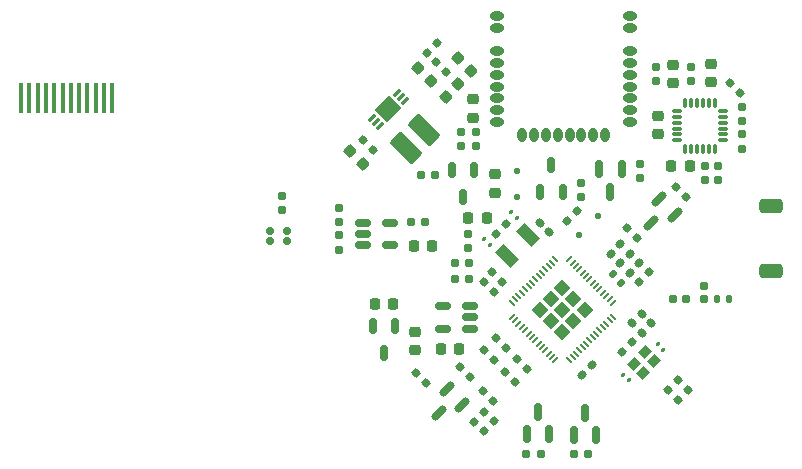
<source format=gbr>
%TF.GenerationSoftware,KiCad,Pcbnew,9.0.1-9.0.1-0~ubuntu22.04.1*%
%TF.CreationDate,2025-04-16T22:26:59+05:30*%
%TF.ProjectId,BEEWATCH MK2,42454557-4154-4434-9820-4d4b322e6b69,rev?*%
%TF.SameCoordinates,Original*%
%TF.FileFunction,Paste,Top*%
%TF.FilePolarity,Positive*%
%FSLAX46Y46*%
G04 Gerber Fmt 4.6, Leading zero omitted, Abs format (unit mm)*
G04 Created by KiCad (PCBNEW 9.0.1-9.0.1-0~ubuntu22.04.1) date 2025-04-16 22:26:59*
%MOMM*%
%LPD*%
G01*
G04 APERTURE LIST*
G04 Aperture macros list*
%AMRoundRect*
0 Rectangle with rounded corners*
0 $1 Rounding radius*
0 $2 $3 $4 $5 $6 $7 $8 $9 X,Y pos of 4 corners*
0 Add a 4 corners polygon primitive as box body*
4,1,4,$2,$3,$4,$5,$6,$7,$8,$9,$2,$3,0*
0 Add four circle primitives for the rounded corners*
1,1,$1+$1,$2,$3*
1,1,$1+$1,$4,$5*
1,1,$1+$1,$6,$7*
1,1,$1+$1,$8,$9*
0 Add four rect primitives between the rounded corners*
20,1,$1+$1,$2,$3,$4,$5,0*
20,1,$1+$1,$4,$5,$6,$7,0*
20,1,$1+$1,$6,$7,$8,$9,0*
20,1,$1+$1,$8,$9,$2,$3,0*%
%AMRotRect*
0 Rectangle, with rotation*
0 The origin of the aperture is its center*
0 $1 length*
0 $2 width*
0 $3 Rotation angle, in degrees counterclockwise*
0 Add horizontal line*
21,1,$1,$2,0,0,$3*%
G04 Aperture macros list end*
%ADD10RoundRect,0.225000X-0.250000X0.225000X-0.250000X-0.225000X0.250000X-0.225000X0.250000X0.225000X0*%
%ADD11RoundRect,0.075000X0.350000X0.075000X-0.350000X0.075000X-0.350000X-0.075000X0.350000X-0.075000X0*%
%ADD12RoundRect,0.075000X-0.075000X0.350000X-0.075000X-0.350000X0.075000X-0.350000X0.075000X0.350000X0*%
%ADD13RoundRect,0.150000X0.150000X-0.512500X0.150000X0.512500X-0.150000X0.512500X-0.150000X-0.512500X0*%
%ADD14RoundRect,0.160000X0.252791X-0.026517X-0.026517X0.252791X-0.252791X0.026517X0.026517X-0.252791X0*%
%ADD15RoundRect,0.125000X0.000000X0.176777X-0.176777X0.000000X0.000000X-0.176777X0.176777X0.000000X0*%
%ADD16RoundRect,0.079500X0.127279X0.014849X0.014849X0.127279X-0.127279X-0.014849X-0.014849X-0.127279X0*%
%ADD17RoundRect,0.225000X-0.225000X-0.250000X0.225000X-0.250000X0.225000X0.250000X-0.225000X0.250000X0*%
%ADD18RoundRect,0.160000X-0.160000X0.197500X-0.160000X-0.197500X0.160000X-0.197500X0.160000X0.197500X0*%
%ADD19RoundRect,0.150000X0.150000X-0.587500X0.150000X0.587500X-0.150000X0.587500X-0.150000X-0.587500X0*%
%ADD20RoundRect,0.150000X0.309359X0.521491X-0.521491X-0.309359X-0.309359X-0.521491X0.521491X0.309359X0*%
%ADD21RoundRect,0.150000X0.512500X0.150000X-0.512500X0.150000X-0.512500X-0.150000X0.512500X-0.150000X0*%
%ADD22RoundRect,0.160000X-0.252791X0.026517X0.026517X-0.252791X0.252791X-0.026517X-0.026517X0.252791X0*%
%ADD23RoundRect,0.160000X-0.197500X-0.160000X0.197500X-0.160000X0.197500X0.160000X-0.197500X0.160000X0*%
%ADD24RoundRect,0.147500X0.226274X0.017678X0.017678X0.226274X-0.226274X-0.017678X-0.017678X-0.226274X0*%
%ADD25RoundRect,0.155000X0.259862X-0.040659X-0.040659X0.259862X-0.259862X0.040659X0.040659X-0.259862X0*%
%ADD26RoundRect,0.150000X-0.150000X0.512500X-0.150000X-0.512500X0.150000X-0.512500X0.150000X0.512500X0*%
%ADD27RoundRect,0.225000X0.250000X-0.225000X0.250000X0.225000X-0.250000X0.225000X-0.250000X-0.225000X0*%
%ADD28RoundRect,0.147500X-0.147500X-0.172500X0.147500X-0.172500X0.147500X0.172500X-0.147500X0.172500X0*%
%ADD29RoundRect,0.160000X0.160000X-0.197500X0.160000X0.197500X-0.160000X0.197500X-0.160000X-0.197500X0*%
%ADD30RoundRect,0.225000X0.335876X0.017678X0.017678X0.335876X-0.335876X-0.017678X-0.017678X-0.335876X0*%
%ADD31RoundRect,0.155000X-0.259862X0.040659X0.040659X-0.259862X0.259862X-0.040659X-0.040659X0.259862X0*%
%ADD32RoundRect,0.225000X-0.335876X-0.017678X-0.017678X-0.335876X0.335876X0.017678X0.017678X0.335876X0*%
%ADD33RoundRect,0.160000X0.197500X0.160000X-0.197500X0.160000X-0.197500X-0.160000X0.197500X-0.160000X0*%
%ADD34O,1.200000X0.800000*%
%ADD35O,0.800000X1.200000*%
%ADD36RoundRect,0.150000X-0.512500X-0.150000X0.512500X-0.150000X0.512500X0.150000X-0.512500X0.150000X0*%
%ADD37RoundRect,0.160000X0.026517X0.252791X-0.252791X-0.026517X-0.026517X-0.252791X0.252791X0.026517X0*%
%ADD38RoundRect,0.155000X0.212500X0.155000X-0.212500X0.155000X-0.212500X-0.155000X0.212500X-0.155000X0*%
%ADD39RoundRect,0.160000X-0.026517X-0.252791X0.252791X0.026517X0.026517X0.252791X-0.252791X-0.026517X0*%
%ADD40RoundRect,0.249999X0.459619X-1.096017X1.096017X-0.459619X-0.459619X1.096017X-1.096017X0.459619X0*%
%ADD41RoundRect,0.225000X-0.017678X0.335876X-0.335876X0.017678X0.017678X-0.335876X0.335876X-0.017678X0*%
%ADD42RoundRect,0.125000X0.125000X-0.125000X0.125000X0.125000X-0.125000X0.125000X-0.125000X-0.125000X0*%
%ADD43RoundRect,0.155000X0.040659X0.259862X-0.259862X-0.040659X-0.040659X-0.259862X0.259862X0.040659X0*%
%ADD44RoundRect,0.155000X-0.155000X0.212500X-0.155000X-0.212500X0.155000X-0.212500X0.155000X0.212500X0*%
%ADD45RoundRect,0.155000X-0.040659X-0.259862X0.259862X0.040659X0.040659X0.259862X-0.259862X-0.040659X0*%
%ADD46R,0.350000X2.500000*%
%ADD47RoundRect,0.250000X0.000000X0.403051X-0.403051X0.000000X0.000000X-0.403051X0.403051X0.000000X0*%
%ADD48RoundRect,0.050000X0.212132X0.282843X-0.282843X-0.212132X-0.212132X-0.282843X0.282843X0.212132X0*%
%ADD49RoundRect,0.050000X-0.212132X0.282843X-0.282843X0.212132X0.212132X-0.282843X0.282843X-0.212132X0*%
%ADD50RoundRect,0.300000X-0.700000X0.300000X-0.700000X-0.300000X0.700000X-0.300000X0.700000X0.300000X0*%
%ADD51RoundRect,0.150000X-0.150000X0.587500X-0.150000X-0.587500X0.150000X-0.587500X0.150000X0.587500X0*%
%ADD52RotRect,0.900000X0.800000X45.000000*%
%ADD53RoundRect,0.150000X-0.150000X-0.200000X0.150000X-0.200000X0.150000X0.200000X-0.150000X0.200000X0*%
%ADD54RotRect,0.300000X0.800000X135.000000*%
%ADD55RotRect,1.450000X1.750000X135.000000*%
%ADD56RoundRect,0.155000X-0.212500X-0.155000X0.212500X-0.155000X0.212500X0.155000X-0.212500X0.155000X0*%
%ADD57RoundRect,0.225000X0.225000X0.250000X-0.225000X0.250000X-0.225000X-0.250000X0.225000X-0.250000X0*%
%ADD58RotRect,1.000000X1.800000X45.000000*%
%ADD59RoundRect,0.079500X-0.127279X-0.014849X-0.014849X-0.127279X0.127279X0.014849X0.014849X0.127279X0*%
G04 APERTURE END LIST*
D10*
%TO.C,C14*%
X8100000Y10175000D03*
X8100000Y8625000D03*
%TD*%
D11*
%TO.C,U3*%
X13600000Y8100000D03*
X13600000Y8600000D03*
X13600000Y9100000D03*
X13600000Y9600000D03*
X13600000Y10100000D03*
X13600000Y10600000D03*
D12*
X12900000Y11300000D03*
X12400000Y11300000D03*
X11900000Y11300000D03*
X11400000Y11300000D03*
X10900000Y11300000D03*
X10400000Y11300000D03*
D11*
X9700000Y10600000D03*
X9700000Y10100000D03*
X9700000Y9600000D03*
X9700000Y9100000D03*
X9700000Y8600000D03*
X9700000Y8100000D03*
D12*
X10400000Y7400000D03*
X10900000Y7400000D03*
X11400000Y7400000D03*
X11900000Y7400000D03*
X12400000Y7400000D03*
X12900000Y7400000D03*
%TD*%
D13*
%TO.C,Q8*%
X-1887500Y3762500D03*
X12500Y3762500D03*
X-937500Y6037500D03*
%TD*%
D14*
%TO.C,R25*%
X-16077504Y7277504D03*
X-16922496Y8122496D03*
%TD*%
D15*
%TO.C,D3*%
X2977817Y1677817D03*
X1422183Y122183D03*
%TD*%
D16*
%TO.C,C4*%
X-6156048Y-743952D03*
X-6643952Y-256048D03*
%TD*%
D17*
%TO.C,C24*%
X-10275000Y-9600000D03*
X-8725000Y-9600000D03*
%TD*%
D18*
%TO.C,R12*%
X12068629Y5897500D03*
X12068629Y4702500D03*
%TD*%
D19*
%TO.C,Q6*%
X950000Y-16837500D03*
X2850000Y-16837500D03*
X1900000Y-14962500D03*
%TD*%
D20*
%TO.C,Q7*%
X9534664Y1791161D03*
X8191161Y3134664D03*
X7537087Y1137087D03*
%TD*%
D21*
%TO.C,U5*%
X-7829917Y-7850000D03*
X-7829917Y-6900000D03*
X-7829917Y-5950000D03*
X-10104917Y-5950000D03*
X-10104917Y-7850000D03*
%TD*%
D22*
%TO.C,R33*%
X9639375Y4110625D03*
X10484367Y3265633D03*
%TD*%
D23*
%TO.C,R41*%
X-11995000Y5200000D03*
X-10800000Y5200000D03*
%TD*%
D24*
%TO.C,L1*%
X4942947Y-3942947D03*
X4257053Y-3257053D03*
%TD*%
D18*
%TO.C,R14*%
X15200000Y8597500D03*
X15200000Y7402500D03*
%TD*%
D17*
%TO.C,C31*%
X-15875000Y-5800000D03*
X-14325000Y-5800000D03*
%TD*%
D25*
%TO.C,C10*%
X-1098717Y298717D03*
X-1901283Y1101283D03*
%TD*%
D16*
%TO.C,C3*%
X-3856048Y1556048D03*
X-4343952Y2043952D03*
%TD*%
D26*
%TO.C,Q3*%
X-7450000Y5575000D03*
X-9350000Y5575000D03*
X-8400000Y3300000D03*
%TD*%
D27*
%TO.C,C26*%
X-7600000Y10025000D03*
X-7600000Y11575000D03*
%TD*%
D22*
%TO.C,R7*%
X-5922496Y-3077504D03*
X-5077504Y-3922496D03*
%TD*%
D28*
%TO.C,L2*%
X13115000Y-5333185D03*
X14085000Y-5333185D03*
%TD*%
D29*
%TO.C,R50*%
X6562500Y4902500D03*
X6562500Y6097500D03*
%TD*%
D30*
%TO.C,C28*%
X-11151992Y13151992D03*
X-12248008Y14248008D03*
%TD*%
D31*
%TO.C,C6*%
X6697434Y-6597434D03*
X7500000Y-7400000D03*
%TD*%
D14*
%TO.C,R52*%
X10590452Y-13050000D03*
X9745460Y-12205008D03*
%TD*%
D32*
%TO.C,C27*%
X-8848008Y15048008D03*
X-7751992Y13951992D03*
%TD*%
D18*
%TO.C,R21*%
X-18937500Y44999D03*
X-18937500Y-1150001D03*
%TD*%
%TO.C,R11*%
X13200000Y5900000D03*
X13200000Y4705000D03*
%TD*%
D19*
%TO.C,Q5*%
X-3000000Y-16775000D03*
X-1100000Y-16775000D03*
X-2050000Y-14900000D03*
%TD*%
D33*
%TO.C,R32*%
X2197500Y-18462498D03*
X1002500Y-18462498D03*
%TD*%
D20*
%TO.C,Q9*%
X-8465336Y-14308839D03*
X-9808839Y-12965336D03*
X-10462913Y-14962913D03*
%TD*%
D14*
%TO.C,R39*%
X-4800000Y-9500000D03*
X-5644992Y-8655008D03*
%TD*%
D29*
%TO.C,R6*%
X-23730925Y2201734D03*
X-23730925Y3396734D03*
%TD*%
D32*
%TO.C,C25*%
X-18000000Y7200000D03*
X-16903984Y6103984D03*
%TD*%
D26*
%TO.C,U8*%
X-14150000Y-7662500D03*
X-16050000Y-7662500D03*
X-15100000Y-9937500D03*
%TD*%
D34*
%TO.C,U7*%
X-5500000Y15650000D03*
X-5500000Y14650000D03*
X-5500000Y13650000D03*
X-5500000Y12650000D03*
X-5500000Y11650000D03*
X-5500000Y10650000D03*
X-5500000Y9650000D03*
D35*
X-3400000Y8550000D03*
X-2400000Y8550000D03*
X-1400000Y8550000D03*
X-400000Y8550000D03*
X600000Y8550000D03*
X1600000Y8550000D03*
X2600000Y8550000D03*
X3600000Y8550000D03*
D34*
X5700000Y9650000D03*
X5700000Y10650000D03*
X5700000Y11650000D03*
X5700000Y12650000D03*
X5700000Y13650000D03*
X5700000Y14650000D03*
X5700000Y15650000D03*
X-5500000Y18650000D03*
X-5500000Y17650000D03*
X5700000Y17650000D03*
X5700000Y18650000D03*
%TD*%
D14*
%TO.C,R46*%
X-5868665Y-13957160D03*
X-6713657Y-13112168D03*
%TD*%
D29*
%TO.C,R24*%
X1562500Y3302500D03*
X1562500Y4497500D03*
%TD*%
D36*
%TO.C,U4*%
X-16875000Y1099999D03*
X-16875000Y149999D03*
X-16875000Y-800001D03*
X-14600000Y-800001D03*
X-14600000Y1099999D03*
%TD*%
D37*
%TO.C,R4*%
X-4777504Y1022496D03*
X-5622496Y177504D03*
%TD*%
D38*
%TO.C,C23*%
X-7932500Y-3600000D03*
X-9067500Y-3600000D03*
%TD*%
D22*
%TO.C,R51*%
X8945460Y-13005008D03*
X9790452Y-13850000D03*
%TD*%
D14*
%TO.C,R16*%
X15022496Y12077504D03*
X14177504Y12922496D03*
%TD*%
D39*
%TO.C,R23*%
X5077504Y-9822496D03*
X5922496Y-8977504D03*
%TD*%
D16*
%TO.C,C1*%
X5617678Y-12217678D03*
X5129774Y-11729774D03*
%TD*%
D14*
%TO.C,R47*%
X-7868665Y-11957160D03*
X-8713657Y-11112168D03*
%TD*%
D22*
%TO.C,R35*%
X-3844992Y-10455008D03*
X-3000000Y-11300000D03*
%TD*%
D40*
%TO.C,L3*%
X-13242462Y7457538D03*
X-11757538Y8942462D03*
%TD*%
D22*
%TO.C,R34*%
X-4867488Y-11532512D03*
X-4022496Y-12377504D03*
%TD*%
D38*
%TO.C,C22*%
X-7932500Y-2300000D03*
X-9067500Y-2300000D03*
%TD*%
D18*
%TO.C,R42*%
X10859188Y14302273D03*
X10859188Y13107273D03*
%TD*%
D41*
%TO.C,C29*%
X-8803984Y12896016D03*
X-9900000Y11800000D03*
%TD*%
D27*
%TO.C,C15*%
X9374264Y12925000D03*
X9374264Y14475000D03*
%TD*%
D29*
%TO.C,R49*%
X-7300000Y7602500D03*
X-7300000Y8797500D03*
%TD*%
D42*
%TO.C,D2*%
X-3837500Y3300000D03*
X-3837500Y5500000D03*
%TD*%
D43*
%TO.C,C11*%
X2491735Y-10948717D03*
X1689169Y-11751283D03*
%TD*%
D17*
%TO.C,C19*%
X-12610000Y-850001D03*
X-11060000Y-850001D03*
%TD*%
D27*
%TO.C,C30*%
X-12500000Y-9675000D03*
X-12500000Y-8125000D03*
%TD*%
D29*
%TO.C,R22*%
X-18937500Y1152499D03*
X-18937500Y2347499D03*
%TD*%
D44*
%TO.C,C13*%
X12021320Y-4200000D03*
X12021320Y-5335000D03*
%TD*%
D18*
%TO.C,R28*%
X-8600000Y8795000D03*
X-8600000Y7600000D03*
%TD*%
D45*
%TO.C,C9*%
X5698717Y-3101283D03*
X6501283Y-2298717D03*
%TD*%
D27*
%TO.C,C17*%
X12600000Y13025000D03*
X12600000Y14575000D03*
%TD*%
D18*
%TO.C,R13*%
X7889339Y14302273D03*
X7889339Y13107273D03*
%TD*%
D10*
%TO.C,C20*%
X-5696078Y5216422D03*
X-5696078Y3666422D03*
%TD*%
D46*
%TO.C,DS1*%
X-45828268Y11697115D03*
X-45128268Y11697115D03*
X-44428268Y11697115D03*
X-43728268Y11697115D03*
X-43028268Y11697115D03*
X-42328268Y11697115D03*
X-41628268Y11697115D03*
X-40928268Y11697115D03*
X-40228268Y11697115D03*
X-39528268Y11697115D03*
X-38828268Y11697115D03*
X-38128268Y11697115D03*
%TD*%
D37*
%TO.C,R37*%
X1200000Y2100000D03*
X355008Y1255008D03*
%TD*%
D47*
%TO.C,U1*%
X1871356Y-6250000D03*
X930904Y-5309548D03*
X-9548Y-4369096D03*
X930904Y-7190452D03*
X-9548Y-6250000D03*
X-950000Y-5309548D03*
X-9548Y-8130904D03*
X-950000Y-7190452D03*
X-1890452Y-6250000D03*
D48*
X4268448Y-5648959D03*
X3985605Y-5366117D03*
X3702763Y-5083274D03*
X3419920Y-4800431D03*
X3137077Y-4517588D03*
X2854234Y-4234746D03*
X2571392Y-3951903D03*
X2288549Y-3669060D03*
X2005706Y-3386218D03*
X1722864Y-3103375D03*
X1440021Y-2820532D03*
X1157178Y-2537689D03*
X874335Y-2254847D03*
X591493Y-1972004D03*
D49*
X-610589Y-1972004D03*
X-893431Y-2254847D03*
X-1176274Y-2537689D03*
X-1459117Y-2820532D03*
X-1741960Y-3103375D03*
X-2024802Y-3386218D03*
X-2307645Y-3669060D03*
X-2590488Y-3951903D03*
X-2873330Y-4234746D03*
X-3156173Y-4517588D03*
X-3439016Y-4800431D03*
X-3721859Y-5083274D03*
X-4004701Y-5366117D03*
X-4287544Y-5648959D03*
D48*
X-4287544Y-6851041D03*
X-4004701Y-7133883D03*
X-3721859Y-7416726D03*
X-3439016Y-7699569D03*
X-3156173Y-7982412D03*
X-2873330Y-8265254D03*
X-2590488Y-8548097D03*
X-2307645Y-8830940D03*
X-2024802Y-9113782D03*
X-1741960Y-9396625D03*
X-1459117Y-9679468D03*
X-1176274Y-9962311D03*
X-893431Y-10245153D03*
X-610589Y-10527996D03*
D49*
X591493Y-10527996D03*
X874335Y-10245153D03*
X1157178Y-9962311D03*
X1440021Y-9679468D03*
X1722864Y-9396625D03*
X2005706Y-9113782D03*
X2288549Y-8830940D03*
X2571392Y-8548097D03*
X2854234Y-8265254D03*
X3137077Y-7982412D03*
X3419920Y-7699569D03*
X3702763Y-7416726D03*
X3985605Y-7133883D03*
X4268448Y-6851041D03*
%TD*%
D31*
%TO.C,C5*%
X5891368Y-7381317D03*
X6693934Y-8183883D03*
%TD*%
D50*
%TO.C,AE1*%
X17650000Y-2950000D03*
X17650000Y2550000D03*
%TD*%
D39*
%TO.C,R40*%
X6500000Y-3900000D03*
X7344992Y-3055008D03*
%TD*%
D37*
%TO.C,R45*%
X-6677504Y-14877504D03*
X-7522496Y-15722496D03*
%TD*%
D45*
%TO.C,C8*%
X4898717Y-2301283D03*
X5701283Y-1498717D03*
%TD*%
D18*
%TO.C,R48*%
X-8000000Y197500D03*
X-8000000Y-997500D03*
%TD*%
D14*
%TO.C,R36*%
X6284367Y-134367D03*
X5439375Y710625D03*
%TD*%
D51*
%TO.C,Q4*%
X5012500Y5637500D03*
X3112500Y5637500D03*
X4062500Y3762500D03*
%TD*%
D33*
%TO.C,R31*%
X-1852500Y-18437500D03*
X-3047500Y-18437500D03*
%TD*%
D22*
%TO.C,R8*%
X-6622496Y-3877504D03*
X-5777504Y-4722496D03*
%TD*%
%TO.C,R27*%
X-10722496Y14722496D03*
X-9877504Y13877504D03*
%TD*%
D29*
%TO.C,R15*%
X15200000Y9700000D03*
X15200000Y10895000D03*
%TD*%
D52*
%TO.C,Y1*%
X6793934Y-11583883D03*
X7783883Y-10593934D03*
X7006066Y-9816117D03*
X6016117Y-10806066D03*
%TD*%
D14*
%TO.C,R38*%
X-5800000Y-10500000D03*
X-6644992Y-9655008D03*
%TD*%
D37*
%TO.C,R26*%
X-10655008Y16344992D03*
X-11500000Y15500000D03*
%TD*%
D53*
%TO.C,D1*%
X-23280925Y451734D03*
X-24780925Y451734D03*
X-24780925Y-448266D03*
X-23280925Y-448266D03*
%TD*%
D54*
%TO.C,U2*%
X-16164717Y10023223D03*
X-15811163Y9669670D03*
X-15457610Y9316116D03*
X-13336289Y11437437D03*
X-13689843Y11790990D03*
X-14043396Y12144544D03*
D55*
X-14750503Y10730330D03*
%TD*%
D37*
%TO.C,R44*%
X-5777504Y-15677504D03*
X-6622496Y-16522496D03*
%TD*%
D56*
%TO.C,C12*%
X9332500Y-5333185D03*
X10467500Y-5333185D03*
%TD*%
D57*
%TO.C,C16*%
X10775000Y5900000D03*
X9225000Y5900000D03*
%TD*%
D23*
%TO.C,R20*%
X-12832500Y1149999D03*
X-11637500Y1149999D03*
%TD*%
D45*
%TO.C,C7*%
X4098717Y-1501283D03*
X4901283Y-698717D03*
%TD*%
D58*
%TO.C,Y2*%
X-4683883Y-1683883D03*
X-2916117Y83883D03*
%TD*%
D59*
%TO.C,C2*%
X8056048Y-9156048D03*
X8543952Y-9643952D03*
%TD*%
D14*
%TO.C,R43*%
X-11577504Y-12422496D03*
X-12422496Y-11577504D03*
%TD*%
D17*
%TO.C,C21*%
X-7975000Y1500000D03*
X-6425000Y1500000D03*
%TD*%
M02*

</source>
